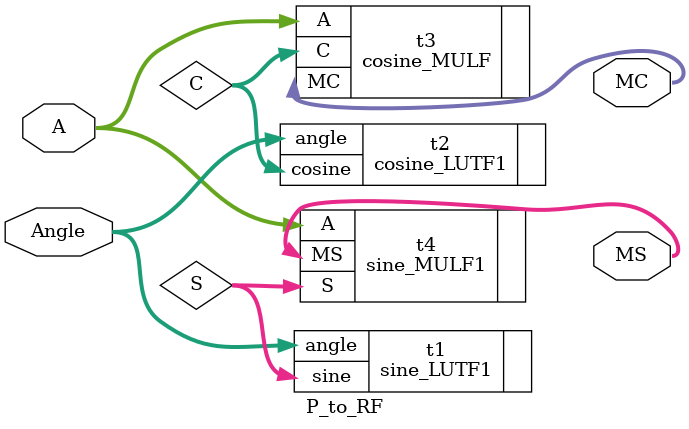
<source format=v>
`timescale 1ns / 1ps

module P_to_RF (input [7:0] A,Angle, output [15:0] MC,MS);

wire [7:0] S,C;

//modules instantiations
sine_LUTF1 t1 (.angle(Angle),.sine(S));
cosine_LUTF1 t2 (.angle(Angle),.cosine(C));
cosine_MULF t3 (.A(A),.C(C),.MC(MC));
sine_MULF1 t4 (.A(A),.S(S),.MS(MS));

endmodule

</source>
